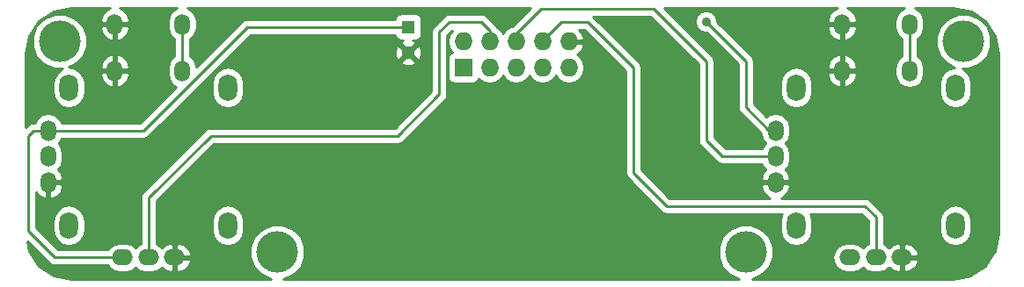
<source format=gtl>
G04 #@! TF.FileFunction,Copper,L1,Top,Signal*
%FSLAX46Y46*%
G04 Gerber Fmt 4.6, Leading zero omitted, Abs format (unit mm)*
G04 Created by KiCad (PCBNEW (2015-01-16 BZR 5376)-product) date 28/04/2015 16:45:27*
%MOMM*%
G01*
G04 APERTURE LIST*
%ADD10C,0.100000*%
%ADD11C,4.000000*%
%ADD12R,1.300000X1.300000*%
%ADD13C,1.300000*%
%ADD14O,1.800000X2.600000*%
%ADD15O,1.524000X2.000000*%
%ADD16O,2.000000X1.540000*%
%ADD17R,1.727200X1.727200*%
%ADD18O,1.727200X1.727200*%
%ADD19C,0.889000*%
%ADD20C,0.254000*%
G04 APERTURE END LIST*
D10*
D11*
X91440000Y-88900000D03*
X157480000Y-109220000D03*
X178435000Y-88900000D03*
X112395000Y-109220000D03*
D12*
X125000000Y-87500000D03*
D13*
X125000000Y-90000000D03*
D14*
X162350000Y-93350000D03*
X177650000Y-93350000D03*
X177650000Y-106650000D03*
X162350000Y-106650000D03*
D15*
X160350000Y-100000000D03*
X160350000Y-97500000D03*
X160350000Y-102500000D03*
D16*
X170000000Y-109750000D03*
X167500000Y-109750000D03*
X172500000Y-109750000D03*
D15*
X166750000Y-91750000D03*
X173250000Y-91750000D03*
X173250000Y-87250000D03*
X166750000Y-87250000D03*
D14*
X92350000Y-93350000D03*
X107650000Y-93350000D03*
X107650000Y-106650000D03*
X92350000Y-106650000D03*
D15*
X90350000Y-100000000D03*
X90350000Y-97500000D03*
X90350000Y-102500000D03*
D16*
X100000000Y-109750000D03*
X97500000Y-109750000D03*
X102500000Y-109750000D03*
D15*
X96750000Y-91750000D03*
X103250000Y-91750000D03*
X103250000Y-87250000D03*
X96750000Y-87250000D03*
D17*
X130302000Y-91440000D03*
D18*
X130302000Y-88900000D03*
X132842000Y-91440000D03*
X132842000Y-88900000D03*
X135382000Y-91440000D03*
X135382000Y-88900000D03*
X137922000Y-91440000D03*
X137922000Y-88900000D03*
X140462000Y-91440000D03*
X140462000Y-88900000D03*
D19*
X153670000Y-86995000D03*
D20*
X90954000Y-109750000D02*
X97500000Y-109750000D01*
X88392000Y-107188000D02*
X90954000Y-109750000D01*
X88392000Y-98044000D02*
X88392000Y-107188000D01*
X88936000Y-97500000D02*
X88392000Y-98044000D01*
X90350000Y-97500000D02*
X88936000Y-97500000D01*
X109500000Y-87500000D02*
X99500000Y-97500000D01*
X99500000Y-97500000D02*
X90350000Y-97500000D01*
X125000000Y-87500000D02*
X109500000Y-87500000D01*
X157480000Y-95250000D02*
X157480000Y-90805000D01*
X157480000Y-90805000D02*
X153670000Y-86995000D01*
X159730000Y-97500000D02*
X157480000Y-95250000D01*
X160350000Y-97500000D02*
X159730000Y-97500000D01*
X155245000Y-100000000D02*
X160350000Y-100000000D01*
X153670000Y-98425000D02*
X155245000Y-100000000D01*
X153670000Y-90805000D02*
X153670000Y-98425000D01*
X148590000Y-85725000D02*
X153670000Y-90805000D01*
X137795000Y-85725000D02*
X148590000Y-85725000D01*
X135382000Y-88138000D02*
X137795000Y-85725000D01*
X135382000Y-88900000D02*
X135382000Y-88138000D01*
X137922000Y-88138000D02*
X137922000Y-88900000D01*
X139700000Y-86995000D02*
X142240000Y-86995000D01*
X142240000Y-86995000D02*
X146685000Y-91440000D01*
X146685000Y-91440000D02*
X146685000Y-101600000D01*
X146685000Y-101600000D02*
X149860000Y-104775000D01*
X149860000Y-104775000D02*
X168910000Y-104775000D01*
X168910000Y-104775000D02*
X170000000Y-105865000D01*
X170000000Y-105865000D02*
X170000000Y-109750000D01*
X137922000Y-88773000D02*
X139700000Y-86995000D01*
X137922000Y-88900000D02*
X137922000Y-88773000D01*
X173250000Y-87250000D02*
X173250000Y-91750000D01*
X132540000Y-91742000D02*
X132842000Y-91440000D01*
X100000000Y-104000000D02*
X106000000Y-98000000D01*
X106000000Y-98000000D02*
X124000000Y-98000000D01*
X124000000Y-98000000D02*
X128000000Y-94000000D01*
X128000000Y-94000000D02*
X128000000Y-88000000D01*
X128000000Y-88000000D02*
X129000000Y-87000000D01*
X129000000Y-87000000D02*
X132000000Y-87000000D01*
X132000000Y-87000000D02*
X132842000Y-87842000D01*
X132842000Y-87842000D02*
X132842000Y-88900000D01*
X100000000Y-109750000D02*
X100000000Y-104000000D01*
X103250000Y-87250000D02*
X103250000Y-91750000D01*
G36*
X102737048Y-85685000D02*
X102715391Y-85689308D01*
X102262172Y-85992140D01*
X101959340Y-86445359D01*
X101853000Y-86979968D01*
X101853000Y-87520032D01*
X101959340Y-88054641D01*
X102262172Y-88507860D01*
X102488000Y-88658753D01*
X102488000Y-90341246D01*
X102262172Y-90492140D01*
X101959340Y-90945359D01*
X101853000Y-91479968D01*
X101853000Y-92020032D01*
X101959340Y-92554641D01*
X102262172Y-93007860D01*
X102653219Y-93269150D01*
X99184369Y-96738000D01*
X98152130Y-96738000D01*
X98152130Y-92097692D01*
X98152130Y-91402308D01*
X98152130Y-87597692D01*
X97993277Y-87377000D01*
X96877000Y-87377000D01*
X96877000Y-88719720D01*
X97093070Y-88842220D01*
X97185230Y-88825377D01*
X97663892Y-88557020D01*
X98003422Y-88125914D01*
X98152130Y-87597692D01*
X98152130Y-91402308D01*
X98003422Y-90874086D01*
X97663892Y-90442980D01*
X97185230Y-90174623D01*
X97093070Y-90157780D01*
X96877000Y-90280280D01*
X96877000Y-91623000D01*
X97993277Y-91623000D01*
X98152130Y-91402308D01*
X98152130Y-92097692D01*
X97993277Y-91877000D01*
X96877000Y-91877000D01*
X96877000Y-93219720D01*
X97093070Y-93342220D01*
X97185230Y-93325377D01*
X97663892Y-93057020D01*
X98003422Y-92625914D01*
X98152130Y-92097692D01*
X98152130Y-96738000D01*
X96623000Y-96738000D01*
X96623000Y-93219720D01*
X96623000Y-91877000D01*
X96623000Y-91623000D01*
X96623000Y-90280280D01*
X96623000Y-88719720D01*
X96623000Y-87377000D01*
X95506723Y-87377000D01*
X95347870Y-87597692D01*
X95496578Y-88125914D01*
X95836108Y-88557020D01*
X96314770Y-88825377D01*
X96406930Y-88842220D01*
X96623000Y-88719720D01*
X96623000Y-90280280D01*
X96406930Y-90157780D01*
X96314770Y-90174623D01*
X95836108Y-90442980D01*
X95496578Y-90874086D01*
X95347870Y-91402308D01*
X95506723Y-91623000D01*
X96623000Y-91623000D01*
X96623000Y-91877000D01*
X95506723Y-91877000D01*
X95347870Y-92097692D01*
X95496578Y-92625914D01*
X95836108Y-93057020D01*
X96314770Y-93325377D01*
X96406930Y-93342220D01*
X96623000Y-93219720D01*
X96623000Y-96738000D01*
X94075457Y-96738000D01*
X94075457Y-88378166D01*
X93675147Y-87409342D01*
X92934557Y-86667458D01*
X91966433Y-86265458D01*
X90918166Y-86264543D01*
X89949342Y-86664853D01*
X89207458Y-87405443D01*
X88805458Y-88373567D01*
X88804543Y-89421834D01*
X89204853Y-90390658D01*
X89945443Y-91132542D01*
X90913567Y-91534542D01*
X91700781Y-91535229D01*
X91264591Y-91826682D01*
X90931845Y-92324672D01*
X90815000Y-92912091D01*
X90815000Y-93787909D01*
X90931845Y-94375328D01*
X91264591Y-94873318D01*
X91762581Y-95206064D01*
X92350000Y-95322909D01*
X92937419Y-95206064D01*
X93435409Y-94873318D01*
X93768155Y-94375328D01*
X93885000Y-93787909D01*
X93885000Y-92912091D01*
X93768155Y-92324672D01*
X93435409Y-91826682D01*
X92937419Y-91493936D01*
X92350000Y-91377091D01*
X92340568Y-91378967D01*
X92930658Y-91135147D01*
X93672542Y-90394557D01*
X94074542Y-89426433D01*
X94075457Y-88378166D01*
X94075457Y-96738000D01*
X91649141Y-96738000D01*
X91640660Y-96695359D01*
X91337828Y-96242140D01*
X90884609Y-95939308D01*
X90350000Y-95832968D01*
X89815391Y-95939308D01*
X89362172Y-96242140D01*
X89059340Y-96695359D01*
X89050858Y-96738000D01*
X88936000Y-96738000D01*
X88644395Y-96796004D01*
X88397185Y-96961185D01*
X88185000Y-97173370D01*
X88185000Y-90067467D01*
X88525857Y-88353857D01*
X89458322Y-86958324D01*
X90853855Y-86025858D01*
X92567467Y-85685000D01*
X96296260Y-85685000D01*
X95836108Y-85942980D01*
X95496578Y-86374086D01*
X95347870Y-86902308D01*
X95506723Y-87123000D01*
X96623000Y-87123000D01*
X96623000Y-87103000D01*
X96877000Y-87103000D01*
X96877000Y-87123000D01*
X97993277Y-87123000D01*
X98152130Y-86902308D01*
X98003422Y-86374086D01*
X97663892Y-85942980D01*
X97203739Y-85685000D01*
X102737048Y-85685000D01*
X102737048Y-85685000D01*
G37*
X102737048Y-85685000D02*
X102715391Y-85689308D01*
X102262172Y-85992140D01*
X101959340Y-86445359D01*
X101853000Y-86979968D01*
X101853000Y-87520032D01*
X101959340Y-88054641D01*
X102262172Y-88507860D01*
X102488000Y-88658753D01*
X102488000Y-90341246D01*
X102262172Y-90492140D01*
X101959340Y-90945359D01*
X101853000Y-91479968D01*
X101853000Y-92020032D01*
X101959340Y-92554641D01*
X102262172Y-93007860D01*
X102653219Y-93269150D01*
X99184369Y-96738000D01*
X98152130Y-96738000D01*
X98152130Y-92097692D01*
X98152130Y-91402308D01*
X98152130Y-87597692D01*
X97993277Y-87377000D01*
X96877000Y-87377000D01*
X96877000Y-88719720D01*
X97093070Y-88842220D01*
X97185230Y-88825377D01*
X97663892Y-88557020D01*
X98003422Y-88125914D01*
X98152130Y-87597692D01*
X98152130Y-91402308D01*
X98003422Y-90874086D01*
X97663892Y-90442980D01*
X97185230Y-90174623D01*
X97093070Y-90157780D01*
X96877000Y-90280280D01*
X96877000Y-91623000D01*
X97993277Y-91623000D01*
X98152130Y-91402308D01*
X98152130Y-92097692D01*
X97993277Y-91877000D01*
X96877000Y-91877000D01*
X96877000Y-93219720D01*
X97093070Y-93342220D01*
X97185230Y-93325377D01*
X97663892Y-93057020D01*
X98003422Y-92625914D01*
X98152130Y-92097692D01*
X98152130Y-96738000D01*
X96623000Y-96738000D01*
X96623000Y-93219720D01*
X96623000Y-91877000D01*
X96623000Y-91623000D01*
X96623000Y-90280280D01*
X96623000Y-88719720D01*
X96623000Y-87377000D01*
X95506723Y-87377000D01*
X95347870Y-87597692D01*
X95496578Y-88125914D01*
X95836108Y-88557020D01*
X96314770Y-88825377D01*
X96406930Y-88842220D01*
X96623000Y-88719720D01*
X96623000Y-90280280D01*
X96406930Y-90157780D01*
X96314770Y-90174623D01*
X95836108Y-90442980D01*
X95496578Y-90874086D01*
X95347870Y-91402308D01*
X95506723Y-91623000D01*
X96623000Y-91623000D01*
X96623000Y-91877000D01*
X95506723Y-91877000D01*
X95347870Y-92097692D01*
X95496578Y-92625914D01*
X95836108Y-93057020D01*
X96314770Y-93325377D01*
X96406930Y-93342220D01*
X96623000Y-93219720D01*
X96623000Y-96738000D01*
X94075457Y-96738000D01*
X94075457Y-88378166D01*
X93675147Y-87409342D01*
X92934557Y-86667458D01*
X91966433Y-86265458D01*
X90918166Y-86264543D01*
X89949342Y-86664853D01*
X89207458Y-87405443D01*
X88805458Y-88373567D01*
X88804543Y-89421834D01*
X89204853Y-90390658D01*
X89945443Y-91132542D01*
X90913567Y-91534542D01*
X91700781Y-91535229D01*
X91264591Y-91826682D01*
X90931845Y-92324672D01*
X90815000Y-92912091D01*
X90815000Y-93787909D01*
X90931845Y-94375328D01*
X91264591Y-94873318D01*
X91762581Y-95206064D01*
X92350000Y-95322909D01*
X92937419Y-95206064D01*
X93435409Y-94873318D01*
X93768155Y-94375328D01*
X93885000Y-93787909D01*
X93885000Y-92912091D01*
X93768155Y-92324672D01*
X93435409Y-91826682D01*
X92937419Y-91493936D01*
X92350000Y-91377091D01*
X92340568Y-91378967D01*
X92930658Y-91135147D01*
X93672542Y-90394557D01*
X94074542Y-89426433D01*
X94075457Y-88378166D01*
X94075457Y-96738000D01*
X91649141Y-96738000D01*
X91640660Y-96695359D01*
X91337828Y-96242140D01*
X90884609Y-95939308D01*
X90350000Y-95832968D01*
X89815391Y-95939308D01*
X89362172Y-96242140D01*
X89059340Y-96695359D01*
X89050858Y-96738000D01*
X88936000Y-96738000D01*
X88644395Y-96796004D01*
X88397185Y-96961185D01*
X88185000Y-97173370D01*
X88185000Y-90067467D01*
X88525857Y-88353857D01*
X89458322Y-86958324D01*
X90853855Y-86025858D01*
X92567467Y-85685000D01*
X96296260Y-85685000D01*
X95836108Y-85942980D01*
X95496578Y-86374086D01*
X95347870Y-86902308D01*
X95506723Y-87123000D01*
X96623000Y-87123000D01*
X96623000Y-87103000D01*
X96877000Y-87103000D01*
X96877000Y-87123000D01*
X97993277Y-87123000D01*
X98152130Y-86902308D01*
X98003422Y-86374086D01*
X97663892Y-85942980D01*
X97203739Y-85685000D01*
X102737048Y-85685000D01*
G36*
X136757369Y-85685000D02*
X134992940Y-87449429D01*
X134808511Y-87486115D01*
X134322330Y-87810971D01*
X134112000Y-88125751D01*
X133901670Y-87810971D01*
X133551254Y-87576830D01*
X133545996Y-87550396D01*
X133545996Y-87550395D01*
X133380815Y-87303185D01*
X132538815Y-86461185D01*
X132291605Y-86296004D01*
X132000000Y-86238000D01*
X129000000Y-86238000D01*
X128708396Y-86296003D01*
X128461185Y-86461184D01*
X127461185Y-87461185D01*
X127296004Y-87708395D01*
X127238000Y-88000000D01*
X127238000Y-93684369D01*
X126297622Y-94624747D01*
X126297622Y-90180922D01*
X126268083Y-89670572D01*
X126129611Y-89336271D01*
X125899016Y-89280590D01*
X125179605Y-90000000D01*
X125899016Y-90719410D01*
X126129611Y-90663729D01*
X126297622Y-90180922D01*
X126297622Y-94624747D01*
X125719410Y-95202959D01*
X125719410Y-90899016D01*
X125000000Y-90179605D01*
X124820395Y-90359210D01*
X124820395Y-90000000D01*
X124100984Y-89280590D01*
X123870389Y-89336271D01*
X123702378Y-89819078D01*
X123731917Y-90329428D01*
X123870389Y-90663729D01*
X124100984Y-90719410D01*
X124820395Y-90000000D01*
X124820395Y-90359210D01*
X124280590Y-90899016D01*
X124336271Y-91129611D01*
X124819078Y-91297622D01*
X125329428Y-91268083D01*
X125663729Y-91129611D01*
X125719410Y-90899016D01*
X125719410Y-95202959D01*
X123684369Y-97238000D01*
X109185000Y-97238000D01*
X109185000Y-93787909D01*
X109185000Y-92912091D01*
X109068155Y-92324672D01*
X108735409Y-91826682D01*
X108237419Y-91493936D01*
X107650000Y-91377091D01*
X107062581Y-91493936D01*
X106564591Y-91826682D01*
X106231845Y-92324672D01*
X106115000Y-92912091D01*
X106115000Y-93787909D01*
X106231845Y-94375328D01*
X106564591Y-94873318D01*
X107062581Y-95206064D01*
X107650000Y-95322909D01*
X108237419Y-95206064D01*
X108735409Y-94873318D01*
X109068155Y-94375328D01*
X109185000Y-93787909D01*
X109185000Y-97238000D01*
X106000000Y-97238000D01*
X105708395Y-97296004D01*
X105461184Y-97461185D01*
X99461185Y-103461185D01*
X99296004Y-103708395D01*
X99238000Y-104000000D01*
X99238000Y-108444449D01*
X99200298Y-108451949D01*
X98750000Y-108752828D01*
X98299702Y-108451949D01*
X97762032Y-108345000D01*
X97237968Y-108345000D01*
X96700298Y-108451949D01*
X96244483Y-108756515D01*
X96089809Y-108988000D01*
X93885000Y-108988000D01*
X93885000Y-107087909D01*
X93885000Y-106212091D01*
X93768155Y-105624672D01*
X93435409Y-105126682D01*
X92937419Y-104793936D01*
X92350000Y-104677091D01*
X91762581Y-104793936D01*
X91752130Y-104800919D01*
X91752130Y-102847692D01*
X91593277Y-102627000D01*
X90477000Y-102627000D01*
X90477000Y-103969720D01*
X90693070Y-104092220D01*
X90785230Y-104075377D01*
X91263892Y-103807020D01*
X91603422Y-103375914D01*
X91752130Y-102847692D01*
X91752130Y-104800919D01*
X91264591Y-105126682D01*
X90931845Y-105624672D01*
X90815000Y-106212091D01*
X90815000Y-107087909D01*
X90931845Y-107675328D01*
X91264591Y-108173318D01*
X91762581Y-108506064D01*
X92350000Y-108622909D01*
X92937419Y-108506064D01*
X93435409Y-108173318D01*
X93768155Y-107675328D01*
X93885000Y-107087909D01*
X93885000Y-108988000D01*
X91269630Y-108988000D01*
X89154000Y-106872370D01*
X89154000Y-103448823D01*
X89436108Y-103807020D01*
X89914770Y-104075377D01*
X90006930Y-104092220D01*
X90223000Y-103969720D01*
X90223000Y-102627000D01*
X90203000Y-102627000D01*
X90203000Y-102373000D01*
X90223000Y-102373000D01*
X90223000Y-102353000D01*
X90477000Y-102353000D01*
X90477000Y-102373000D01*
X91593277Y-102373000D01*
X91752130Y-102152308D01*
X91603422Y-101624086D01*
X91322864Y-101267858D01*
X91337828Y-101257860D01*
X91640660Y-100804641D01*
X91747000Y-100270032D01*
X91747000Y-99729968D01*
X91640660Y-99195359D01*
X91343079Y-98750000D01*
X91640660Y-98304641D01*
X91649141Y-98262000D01*
X99500000Y-98262000D01*
X99500000Y-98261999D01*
X99791604Y-98203996D01*
X99791605Y-98203996D01*
X100038815Y-98038815D01*
X109815630Y-88262000D01*
X123724290Y-88262000D01*
X123749537Y-88392123D01*
X123889327Y-88604927D01*
X124100360Y-88747377D01*
X124350000Y-88797440D01*
X124512385Y-88797440D01*
X124336271Y-88870389D01*
X124280590Y-89100984D01*
X125000000Y-89820395D01*
X125719410Y-89100984D01*
X125663729Y-88870389D01*
X125454098Y-88797440D01*
X125650000Y-88797440D01*
X125892123Y-88750463D01*
X126104927Y-88610673D01*
X126247377Y-88399640D01*
X126297440Y-88150000D01*
X126297440Y-86850000D01*
X126250463Y-86607877D01*
X126110673Y-86395073D01*
X125899640Y-86252623D01*
X125650000Y-86202560D01*
X124350000Y-86202560D01*
X124107877Y-86249537D01*
X123895073Y-86389327D01*
X123752623Y-86600360D01*
X123725020Y-86738000D01*
X109500000Y-86738000D01*
X109208395Y-86796004D01*
X109109376Y-86862165D01*
X108961185Y-86961184D01*
X104613055Y-91309314D01*
X104540660Y-90945359D01*
X104237828Y-90492140D01*
X104012000Y-90341246D01*
X104012000Y-88658753D01*
X104237828Y-88507860D01*
X104540660Y-88054641D01*
X104647000Y-87520032D01*
X104647000Y-86979968D01*
X104540660Y-86445359D01*
X104237828Y-85992140D01*
X103784609Y-85689308D01*
X103762951Y-85685000D01*
X136757369Y-85685000D01*
X136757369Y-85685000D01*
G37*
X136757369Y-85685000D02*
X134992940Y-87449429D01*
X134808511Y-87486115D01*
X134322330Y-87810971D01*
X134112000Y-88125751D01*
X133901670Y-87810971D01*
X133551254Y-87576830D01*
X133545996Y-87550396D01*
X133545996Y-87550395D01*
X133380815Y-87303185D01*
X132538815Y-86461185D01*
X132291605Y-86296004D01*
X132000000Y-86238000D01*
X129000000Y-86238000D01*
X128708396Y-86296003D01*
X128461185Y-86461184D01*
X127461185Y-87461185D01*
X127296004Y-87708395D01*
X127238000Y-88000000D01*
X127238000Y-93684369D01*
X126297622Y-94624747D01*
X126297622Y-90180922D01*
X126268083Y-89670572D01*
X126129611Y-89336271D01*
X125899016Y-89280590D01*
X125179605Y-90000000D01*
X125899016Y-90719410D01*
X126129611Y-90663729D01*
X126297622Y-90180922D01*
X126297622Y-94624747D01*
X125719410Y-95202959D01*
X125719410Y-90899016D01*
X125000000Y-90179605D01*
X124820395Y-90359210D01*
X124820395Y-90000000D01*
X124100984Y-89280590D01*
X123870389Y-89336271D01*
X123702378Y-89819078D01*
X123731917Y-90329428D01*
X123870389Y-90663729D01*
X124100984Y-90719410D01*
X124820395Y-90000000D01*
X124820395Y-90359210D01*
X124280590Y-90899016D01*
X124336271Y-91129611D01*
X124819078Y-91297622D01*
X125329428Y-91268083D01*
X125663729Y-91129611D01*
X125719410Y-90899016D01*
X125719410Y-95202959D01*
X123684369Y-97238000D01*
X109185000Y-97238000D01*
X109185000Y-93787909D01*
X109185000Y-92912091D01*
X109068155Y-92324672D01*
X108735409Y-91826682D01*
X108237419Y-91493936D01*
X107650000Y-91377091D01*
X107062581Y-91493936D01*
X106564591Y-91826682D01*
X106231845Y-92324672D01*
X106115000Y-92912091D01*
X106115000Y-93787909D01*
X106231845Y-94375328D01*
X106564591Y-94873318D01*
X107062581Y-95206064D01*
X107650000Y-95322909D01*
X108237419Y-95206064D01*
X108735409Y-94873318D01*
X109068155Y-94375328D01*
X109185000Y-93787909D01*
X109185000Y-97238000D01*
X106000000Y-97238000D01*
X105708395Y-97296004D01*
X105461184Y-97461185D01*
X99461185Y-103461185D01*
X99296004Y-103708395D01*
X99238000Y-104000000D01*
X99238000Y-108444449D01*
X99200298Y-108451949D01*
X98750000Y-108752828D01*
X98299702Y-108451949D01*
X97762032Y-108345000D01*
X97237968Y-108345000D01*
X96700298Y-108451949D01*
X96244483Y-108756515D01*
X96089809Y-108988000D01*
X93885000Y-108988000D01*
X93885000Y-107087909D01*
X93885000Y-106212091D01*
X93768155Y-105624672D01*
X93435409Y-105126682D01*
X92937419Y-104793936D01*
X92350000Y-104677091D01*
X91762581Y-104793936D01*
X91752130Y-104800919D01*
X91752130Y-102847692D01*
X91593277Y-102627000D01*
X90477000Y-102627000D01*
X90477000Y-103969720D01*
X90693070Y-104092220D01*
X90785230Y-104075377D01*
X91263892Y-103807020D01*
X91603422Y-103375914D01*
X91752130Y-102847692D01*
X91752130Y-104800919D01*
X91264591Y-105126682D01*
X90931845Y-105624672D01*
X90815000Y-106212091D01*
X90815000Y-107087909D01*
X90931845Y-107675328D01*
X91264591Y-108173318D01*
X91762581Y-108506064D01*
X92350000Y-108622909D01*
X92937419Y-108506064D01*
X93435409Y-108173318D01*
X93768155Y-107675328D01*
X93885000Y-107087909D01*
X93885000Y-108988000D01*
X91269630Y-108988000D01*
X89154000Y-106872370D01*
X89154000Y-103448823D01*
X89436108Y-103807020D01*
X89914770Y-104075377D01*
X90006930Y-104092220D01*
X90223000Y-103969720D01*
X90223000Y-102627000D01*
X90203000Y-102627000D01*
X90203000Y-102373000D01*
X90223000Y-102373000D01*
X90223000Y-102353000D01*
X90477000Y-102353000D01*
X90477000Y-102373000D01*
X91593277Y-102373000D01*
X91752130Y-102152308D01*
X91603422Y-101624086D01*
X91322864Y-101267858D01*
X91337828Y-101257860D01*
X91640660Y-100804641D01*
X91747000Y-100270032D01*
X91747000Y-99729968D01*
X91640660Y-99195359D01*
X91343079Y-98750000D01*
X91640660Y-98304641D01*
X91649141Y-98262000D01*
X99500000Y-98262000D01*
X99500000Y-98261999D01*
X99791604Y-98203996D01*
X99791605Y-98203996D01*
X100038815Y-98038815D01*
X109815630Y-88262000D01*
X123724290Y-88262000D01*
X123749537Y-88392123D01*
X123889327Y-88604927D01*
X124100360Y-88747377D01*
X124350000Y-88797440D01*
X124512385Y-88797440D01*
X124336271Y-88870389D01*
X124280590Y-89100984D01*
X125000000Y-89820395D01*
X125719410Y-89100984D01*
X125663729Y-88870389D01*
X125454098Y-88797440D01*
X125650000Y-88797440D01*
X125892123Y-88750463D01*
X126104927Y-88610673D01*
X126247377Y-88399640D01*
X126297440Y-88150000D01*
X126297440Y-86850000D01*
X126250463Y-86607877D01*
X126110673Y-86395073D01*
X125899640Y-86252623D01*
X125650000Y-86202560D01*
X124350000Y-86202560D01*
X124107877Y-86249537D01*
X123895073Y-86389327D01*
X123752623Y-86600360D01*
X123725020Y-86738000D01*
X109500000Y-86738000D01*
X109208395Y-86796004D01*
X109109376Y-86862165D01*
X108961185Y-86961184D01*
X104613055Y-91309314D01*
X104540660Y-90945359D01*
X104237828Y-90492140D01*
X104012000Y-90341246D01*
X104012000Y-88658753D01*
X104237828Y-88507860D01*
X104540660Y-88054641D01*
X104647000Y-87520032D01*
X104647000Y-86979968D01*
X104540660Y-86445359D01*
X104237828Y-85992140D01*
X103784609Y-85689308D01*
X103762951Y-85685000D01*
X136757369Y-85685000D01*
G36*
X181815000Y-107432532D02*
X181474141Y-109146144D01*
X181070457Y-109750299D01*
X181070457Y-88378166D01*
X180670147Y-87409342D01*
X179929557Y-86667458D01*
X178961433Y-86265458D01*
X177913166Y-86264543D01*
X176944342Y-86664853D01*
X176202458Y-87405443D01*
X175800458Y-88373567D01*
X175799543Y-89421834D01*
X176199853Y-90390658D01*
X176940443Y-91132542D01*
X177568448Y-91393312D01*
X177062581Y-91493936D01*
X176564591Y-91826682D01*
X176231845Y-92324672D01*
X176115000Y-92912091D01*
X176115000Y-93787909D01*
X176231845Y-94375328D01*
X176564591Y-94873318D01*
X177062581Y-95206064D01*
X177650000Y-95322909D01*
X178237419Y-95206064D01*
X178735409Y-94873318D01*
X179068155Y-94375328D01*
X179185000Y-93787909D01*
X179185000Y-92912091D01*
X179068155Y-92324672D01*
X178735409Y-91826682D01*
X178298699Y-91534882D01*
X178956834Y-91535457D01*
X179925658Y-91135147D01*
X180667542Y-90394557D01*
X181069542Y-89426433D01*
X181070457Y-88378166D01*
X181070457Y-109750299D01*
X180541675Y-110541677D01*
X179185000Y-111448177D01*
X179185000Y-107087909D01*
X179185000Y-106212091D01*
X179068155Y-105624672D01*
X178735409Y-105126682D01*
X178237419Y-104793936D01*
X177650000Y-104677091D01*
X177062581Y-104793936D01*
X176564591Y-105126682D01*
X176231845Y-105624672D01*
X176115000Y-106212091D01*
X176115000Y-107087909D01*
X176231845Y-107675328D01*
X176564591Y-108173318D01*
X177062581Y-108506064D01*
X177650000Y-108622909D01*
X178237419Y-108506064D01*
X178735409Y-108173318D01*
X179068155Y-107675328D01*
X179185000Y-107087909D01*
X179185000Y-111448177D01*
X179146142Y-111474142D01*
X177432532Y-111815000D01*
X174092154Y-111815000D01*
X174092154Y-110094327D01*
X174092154Y-109405673D01*
X174076646Y-109320772D01*
X173809880Y-108838106D01*
X173378712Y-108494268D01*
X172848784Y-108341603D01*
X172627000Y-108499111D01*
X172627000Y-109623000D01*
X173969762Y-109623000D01*
X174092154Y-109405673D01*
X174092154Y-110094327D01*
X173969762Y-109877000D01*
X172627000Y-109877000D01*
X172627000Y-111000889D01*
X172848784Y-111158397D01*
X173378712Y-111005732D01*
X173809880Y-110661894D01*
X174076646Y-110179228D01*
X174092154Y-110094327D01*
X174092154Y-111815000D01*
X158099747Y-111815000D01*
X158970658Y-111455147D01*
X159712542Y-110714557D01*
X160114542Y-109746433D01*
X160115457Y-108698166D01*
X159715147Y-107729342D01*
X158974557Y-106987458D01*
X158006433Y-106585458D01*
X156958166Y-106584543D01*
X155989342Y-106984853D01*
X155247458Y-107725443D01*
X154845458Y-108693567D01*
X154844543Y-109741834D01*
X155244853Y-110710658D01*
X155985443Y-111452542D01*
X156858339Y-111815000D01*
X113014747Y-111815000D01*
X113885658Y-111455147D01*
X114627542Y-110714557D01*
X115029542Y-109746433D01*
X115030457Y-108698166D01*
X114630147Y-107729342D01*
X113889557Y-106987458D01*
X112921433Y-106585458D01*
X111873166Y-106584543D01*
X110904342Y-106984853D01*
X110162458Y-107725443D01*
X109760458Y-108693567D01*
X109759543Y-109741834D01*
X110159853Y-110710658D01*
X110900443Y-111452542D01*
X111773339Y-111815000D01*
X109185000Y-111815000D01*
X109185000Y-107087909D01*
X109185000Y-106212091D01*
X109068155Y-105624672D01*
X108735409Y-105126682D01*
X108237419Y-104793936D01*
X107650000Y-104677091D01*
X107062581Y-104793936D01*
X106564591Y-105126682D01*
X106231845Y-105624672D01*
X106115000Y-106212091D01*
X106115000Y-107087909D01*
X106231845Y-107675328D01*
X106564591Y-108173318D01*
X107062581Y-108506064D01*
X107650000Y-108622909D01*
X108237419Y-108506064D01*
X108735409Y-108173318D01*
X109068155Y-107675328D01*
X109185000Y-107087909D01*
X109185000Y-111815000D01*
X104092154Y-111815000D01*
X104092154Y-110094327D01*
X104092154Y-109405673D01*
X104076646Y-109320772D01*
X103809880Y-108838106D01*
X103378712Y-108494268D01*
X102848784Y-108341603D01*
X102627000Y-108499111D01*
X102627000Y-109623000D01*
X103969762Y-109623000D01*
X104092154Y-109405673D01*
X104092154Y-110094327D01*
X103969762Y-109877000D01*
X102627000Y-109877000D01*
X102627000Y-111000889D01*
X102848784Y-111158397D01*
X103378712Y-111005732D01*
X103809880Y-110661894D01*
X104076646Y-110179228D01*
X104092154Y-110094327D01*
X104092154Y-111815000D01*
X92567467Y-111815000D01*
X90853855Y-111474141D01*
X89458322Y-110541675D01*
X88525857Y-109146142D01*
X88340461Y-108214091D01*
X90415185Y-110288815D01*
X90662395Y-110453996D01*
X90954000Y-110512000D01*
X96089809Y-110512000D01*
X96244483Y-110743485D01*
X96700298Y-111048051D01*
X97237968Y-111155000D01*
X97762032Y-111155000D01*
X98299702Y-111048051D01*
X98750000Y-110747171D01*
X99200298Y-111048051D01*
X99737968Y-111155000D01*
X100262032Y-111155000D01*
X100799702Y-111048051D01*
X101255517Y-110743485D01*
X101268349Y-110724279D01*
X101621288Y-111005732D01*
X102151216Y-111158397D01*
X102373000Y-111000889D01*
X102373000Y-109877000D01*
X102353000Y-109877000D01*
X102353000Y-109623000D01*
X102373000Y-109623000D01*
X102373000Y-108499111D01*
X102151216Y-108341603D01*
X101621288Y-108494268D01*
X101268349Y-108775720D01*
X101255517Y-108756515D01*
X100799702Y-108451949D01*
X100762000Y-108444449D01*
X100762000Y-104315630D01*
X106315630Y-98762000D01*
X124000000Y-98762000D01*
X124000000Y-98761999D01*
X124291604Y-98703996D01*
X124291605Y-98703996D01*
X124538815Y-98538815D01*
X128538815Y-94538816D01*
X128538815Y-94538815D01*
X128703996Y-94291605D01*
X128761999Y-94000000D01*
X128762000Y-94000000D01*
X128762000Y-88315630D01*
X129193338Y-87884292D01*
X128917474Y-88297152D01*
X128803400Y-88870641D01*
X128803400Y-88929359D01*
X128917474Y-89502848D01*
X129229300Y-89969529D01*
X129196277Y-89975937D01*
X128983473Y-90115727D01*
X128841023Y-90326760D01*
X128790960Y-90576400D01*
X128790960Y-92303600D01*
X128837937Y-92545723D01*
X128977727Y-92758527D01*
X129188760Y-92900977D01*
X129438400Y-92951040D01*
X131165600Y-92951040D01*
X131407723Y-92904063D01*
X131620527Y-92764273D01*
X131762977Y-92553240D01*
X131771179Y-92512340D01*
X131782330Y-92529029D01*
X132268511Y-92853885D01*
X132842000Y-92967959D01*
X133415489Y-92853885D01*
X133901670Y-92529029D01*
X134112000Y-92214248D01*
X134322330Y-92529029D01*
X134808511Y-92853885D01*
X135382000Y-92967959D01*
X135955489Y-92853885D01*
X136441670Y-92529029D01*
X136652000Y-92214248D01*
X136862330Y-92529029D01*
X137348511Y-92853885D01*
X137922000Y-92967959D01*
X138495489Y-92853885D01*
X138981670Y-92529029D01*
X139192000Y-92214248D01*
X139402330Y-92529029D01*
X139888511Y-92853885D01*
X140462000Y-92967959D01*
X141035489Y-92853885D01*
X141521670Y-92529029D01*
X141846526Y-92042848D01*
X141960600Y-91469359D01*
X141960600Y-91410641D01*
X141846526Y-90837152D01*
X141521670Y-90350971D01*
X141250839Y-90170007D01*
X141668821Y-89788490D01*
X141916968Y-89259027D01*
X141796469Y-89027000D01*
X140589000Y-89027000D01*
X140589000Y-89047000D01*
X140335000Y-89047000D01*
X140335000Y-89027000D01*
X140315000Y-89027000D01*
X140315000Y-88773000D01*
X140335000Y-88773000D01*
X140335000Y-88753000D01*
X140589000Y-88753000D01*
X140589000Y-88773000D01*
X141796469Y-88773000D01*
X141916968Y-88540973D01*
X141668821Y-88011510D01*
X141389985Y-87757000D01*
X141924369Y-87757000D01*
X145923000Y-91755630D01*
X145923000Y-101600000D01*
X145981004Y-101891605D01*
X146146185Y-102138815D01*
X149321185Y-105313815D01*
X149568395Y-105478996D01*
X149860000Y-105537000D01*
X160990425Y-105537000D01*
X160931845Y-105624672D01*
X160815000Y-106212091D01*
X160815000Y-107087909D01*
X160931845Y-107675328D01*
X161264591Y-108173318D01*
X161762581Y-108506064D01*
X162350000Y-108622909D01*
X162937419Y-108506064D01*
X163435409Y-108173318D01*
X163768155Y-107675328D01*
X163885000Y-107087909D01*
X163885000Y-106212091D01*
X163768155Y-105624672D01*
X163709574Y-105537000D01*
X168594369Y-105537000D01*
X169238000Y-106180630D01*
X169238000Y-108444449D01*
X169200298Y-108451949D01*
X168750000Y-108752828D01*
X168299702Y-108451949D01*
X167762032Y-108345000D01*
X167237968Y-108345000D01*
X166700298Y-108451949D01*
X166244483Y-108756515D01*
X165939917Y-109212330D01*
X165832968Y-109750000D01*
X165939917Y-110287670D01*
X166244483Y-110743485D01*
X166700298Y-111048051D01*
X167237968Y-111155000D01*
X167762032Y-111155000D01*
X168299702Y-111048051D01*
X168750000Y-110747171D01*
X169200298Y-111048051D01*
X169737968Y-111155000D01*
X170262032Y-111155000D01*
X170799702Y-111048051D01*
X171255517Y-110743485D01*
X171268349Y-110724279D01*
X171621288Y-111005732D01*
X172151216Y-111158397D01*
X172373000Y-111000889D01*
X172373000Y-109877000D01*
X172353000Y-109877000D01*
X172353000Y-109623000D01*
X172373000Y-109623000D01*
X172373000Y-108499111D01*
X172151216Y-108341603D01*
X171621288Y-108494268D01*
X171268349Y-108775720D01*
X171255517Y-108756515D01*
X170799702Y-108451949D01*
X170762000Y-108444449D01*
X170762000Y-105865000D01*
X170703996Y-105573396D01*
X170703996Y-105573395D01*
X170637834Y-105474376D01*
X170538816Y-105326185D01*
X169448815Y-104236185D01*
X169201605Y-104071004D01*
X168910000Y-104013000D01*
X168152130Y-104013000D01*
X168152130Y-92097692D01*
X168152130Y-91402308D01*
X168152130Y-87597692D01*
X167993277Y-87377000D01*
X166877000Y-87377000D01*
X166877000Y-88719720D01*
X167093070Y-88842220D01*
X167185230Y-88825377D01*
X167663892Y-88557020D01*
X168003422Y-88125914D01*
X168152130Y-87597692D01*
X168152130Y-91402308D01*
X168003422Y-90874086D01*
X167663892Y-90442980D01*
X167185230Y-90174623D01*
X167093070Y-90157780D01*
X166877000Y-90280280D01*
X166877000Y-91623000D01*
X167993277Y-91623000D01*
X168152130Y-91402308D01*
X168152130Y-92097692D01*
X167993277Y-91877000D01*
X166877000Y-91877000D01*
X166877000Y-93219720D01*
X167093070Y-93342220D01*
X167185230Y-93325377D01*
X167663892Y-93057020D01*
X168003422Y-92625914D01*
X168152130Y-92097692D01*
X168152130Y-104013000D01*
X166623000Y-104013000D01*
X166623000Y-93219720D01*
X166623000Y-91877000D01*
X166623000Y-91623000D01*
X166623000Y-90280280D01*
X166623000Y-88719720D01*
X166623000Y-87377000D01*
X165506723Y-87377000D01*
X165347870Y-87597692D01*
X165496578Y-88125914D01*
X165836108Y-88557020D01*
X166314770Y-88825377D01*
X166406930Y-88842220D01*
X166623000Y-88719720D01*
X166623000Y-90280280D01*
X166406930Y-90157780D01*
X166314770Y-90174623D01*
X165836108Y-90442980D01*
X165496578Y-90874086D01*
X165347870Y-91402308D01*
X165506723Y-91623000D01*
X166623000Y-91623000D01*
X166623000Y-91877000D01*
X165506723Y-91877000D01*
X165347870Y-92097692D01*
X165496578Y-92625914D01*
X165836108Y-93057020D01*
X166314770Y-93325377D01*
X166406930Y-93342220D01*
X166623000Y-93219720D01*
X166623000Y-104013000D01*
X163885000Y-104013000D01*
X163885000Y-93787909D01*
X163885000Y-92912091D01*
X163768155Y-92324672D01*
X163435409Y-91826682D01*
X162937419Y-91493936D01*
X162350000Y-91377091D01*
X161762581Y-91493936D01*
X161264591Y-91826682D01*
X160931845Y-92324672D01*
X160815000Y-92912091D01*
X160815000Y-93787909D01*
X160931845Y-94375328D01*
X161264591Y-94873318D01*
X161762581Y-95206064D01*
X162350000Y-95322909D01*
X162937419Y-95206064D01*
X163435409Y-94873318D01*
X163768155Y-94375328D01*
X163885000Y-93787909D01*
X163885000Y-104013000D01*
X160896490Y-104013000D01*
X161263892Y-103807020D01*
X161603422Y-103375914D01*
X161752130Y-102847692D01*
X161593277Y-102627000D01*
X160477000Y-102627000D01*
X160477000Y-102647000D01*
X160223000Y-102647000D01*
X160223000Y-102627000D01*
X159106723Y-102627000D01*
X158947870Y-102847692D01*
X159096578Y-103375914D01*
X159436108Y-103807020D01*
X159803509Y-104013000D01*
X150175629Y-104013000D01*
X147447000Y-101284370D01*
X147447000Y-91440000D01*
X147388996Y-91148395D01*
X147223815Y-90901185D01*
X147223815Y-90901184D01*
X142809630Y-86487000D01*
X148274370Y-86487000D01*
X152908000Y-91120630D01*
X152908000Y-98425000D01*
X152966004Y-98716605D01*
X153131185Y-98963815D01*
X154706184Y-100538815D01*
X154706185Y-100538815D01*
X154953395Y-100703996D01*
X155245000Y-100762000D01*
X159050858Y-100762000D01*
X159059340Y-100804641D01*
X159362172Y-101257860D01*
X159377135Y-101267858D01*
X159096578Y-101624086D01*
X158947870Y-102152308D01*
X159106723Y-102373000D01*
X160223000Y-102373000D01*
X160223000Y-102353000D01*
X160477000Y-102353000D01*
X160477000Y-102373000D01*
X161593277Y-102373000D01*
X161752130Y-102152308D01*
X161603422Y-101624086D01*
X161322864Y-101267858D01*
X161337828Y-101257860D01*
X161640660Y-100804641D01*
X161747000Y-100270032D01*
X161747000Y-99729968D01*
X161640660Y-99195359D01*
X161343079Y-98750000D01*
X161640660Y-98304641D01*
X161747000Y-97770032D01*
X161747000Y-97229968D01*
X161640660Y-96695359D01*
X161337828Y-96242140D01*
X160884609Y-95939308D01*
X160350000Y-95832968D01*
X159815391Y-95939308D01*
X159474629Y-96166998D01*
X158242000Y-94934369D01*
X158242000Y-90805000D01*
X158183996Y-90513396D01*
X158183996Y-90513395D01*
X158117834Y-90414376D01*
X158018816Y-90266185D01*
X154749499Y-86996869D01*
X154749687Y-86781216D01*
X154585689Y-86384311D01*
X154282286Y-86080378D01*
X153885668Y-85915687D01*
X153456216Y-85915313D01*
X153059311Y-86079311D01*
X152755378Y-86382714D01*
X152590687Y-86779332D01*
X152590313Y-87208784D01*
X152754311Y-87605689D01*
X153057714Y-87909622D01*
X153454332Y-88074313D01*
X153671872Y-88074502D01*
X156718000Y-91120630D01*
X156718000Y-95250000D01*
X156776004Y-95541605D01*
X156941185Y-95788815D01*
X158960597Y-97808228D01*
X159059340Y-98304641D01*
X159356920Y-98750000D01*
X159059340Y-99195359D01*
X159050858Y-99238000D01*
X155560630Y-99238000D01*
X154432000Y-98109369D01*
X154432000Y-90805000D01*
X154373996Y-90513396D01*
X154373996Y-90513395D01*
X154208815Y-90266185D01*
X149627630Y-85685000D01*
X166296260Y-85685000D01*
X165836108Y-85942980D01*
X165496578Y-86374086D01*
X165347870Y-86902308D01*
X165506723Y-87123000D01*
X166623000Y-87123000D01*
X166623000Y-87103000D01*
X166877000Y-87103000D01*
X166877000Y-87123000D01*
X167993277Y-87123000D01*
X168152130Y-86902308D01*
X168003422Y-86374086D01*
X167663892Y-85942980D01*
X167203739Y-85685000D01*
X172737048Y-85685000D01*
X172715391Y-85689308D01*
X172262172Y-85992140D01*
X171959340Y-86445359D01*
X171853000Y-86979968D01*
X171853000Y-87520032D01*
X171959340Y-88054641D01*
X172262172Y-88507860D01*
X172488000Y-88658753D01*
X172488000Y-90341246D01*
X172262172Y-90492140D01*
X171959340Y-90945359D01*
X171853000Y-91479968D01*
X171853000Y-92020032D01*
X171959340Y-92554641D01*
X172262172Y-93007860D01*
X172715391Y-93310692D01*
X173250000Y-93417032D01*
X173784609Y-93310692D01*
X174237828Y-93007860D01*
X174540660Y-92554641D01*
X174647000Y-92020032D01*
X174647000Y-91479968D01*
X174540660Y-90945359D01*
X174237828Y-90492140D01*
X174012000Y-90341246D01*
X174012000Y-88658753D01*
X174237828Y-88507860D01*
X174540660Y-88054641D01*
X174647000Y-87520032D01*
X174647000Y-86979968D01*
X174540660Y-86445359D01*
X174237828Y-85992140D01*
X173784609Y-85689308D01*
X173762951Y-85685000D01*
X177432532Y-85685000D01*
X179146142Y-86025857D01*
X180541675Y-86958322D01*
X181474141Y-88353855D01*
X181815000Y-90067467D01*
X181815000Y-107432532D01*
X181815000Y-107432532D01*
G37*
X181815000Y-107432532D02*
X181474141Y-109146144D01*
X181070457Y-109750299D01*
X181070457Y-88378166D01*
X180670147Y-87409342D01*
X179929557Y-86667458D01*
X178961433Y-86265458D01*
X177913166Y-86264543D01*
X176944342Y-86664853D01*
X176202458Y-87405443D01*
X175800458Y-88373567D01*
X175799543Y-89421834D01*
X176199853Y-90390658D01*
X176940443Y-91132542D01*
X177568448Y-91393312D01*
X177062581Y-91493936D01*
X176564591Y-91826682D01*
X176231845Y-92324672D01*
X176115000Y-92912091D01*
X176115000Y-93787909D01*
X176231845Y-94375328D01*
X176564591Y-94873318D01*
X177062581Y-95206064D01*
X177650000Y-95322909D01*
X178237419Y-95206064D01*
X178735409Y-94873318D01*
X179068155Y-94375328D01*
X179185000Y-93787909D01*
X179185000Y-92912091D01*
X179068155Y-92324672D01*
X178735409Y-91826682D01*
X178298699Y-91534882D01*
X178956834Y-91535457D01*
X179925658Y-91135147D01*
X180667542Y-90394557D01*
X181069542Y-89426433D01*
X181070457Y-88378166D01*
X181070457Y-109750299D01*
X180541675Y-110541677D01*
X179185000Y-111448177D01*
X179185000Y-107087909D01*
X179185000Y-106212091D01*
X179068155Y-105624672D01*
X178735409Y-105126682D01*
X178237419Y-104793936D01*
X177650000Y-104677091D01*
X177062581Y-104793936D01*
X176564591Y-105126682D01*
X176231845Y-105624672D01*
X176115000Y-106212091D01*
X176115000Y-107087909D01*
X176231845Y-107675328D01*
X176564591Y-108173318D01*
X177062581Y-108506064D01*
X177650000Y-108622909D01*
X178237419Y-108506064D01*
X178735409Y-108173318D01*
X179068155Y-107675328D01*
X179185000Y-107087909D01*
X179185000Y-111448177D01*
X179146142Y-111474142D01*
X177432532Y-111815000D01*
X174092154Y-111815000D01*
X174092154Y-110094327D01*
X174092154Y-109405673D01*
X174076646Y-109320772D01*
X173809880Y-108838106D01*
X173378712Y-108494268D01*
X172848784Y-108341603D01*
X172627000Y-108499111D01*
X172627000Y-109623000D01*
X173969762Y-109623000D01*
X174092154Y-109405673D01*
X174092154Y-110094327D01*
X173969762Y-109877000D01*
X172627000Y-109877000D01*
X172627000Y-111000889D01*
X172848784Y-111158397D01*
X173378712Y-111005732D01*
X173809880Y-110661894D01*
X174076646Y-110179228D01*
X174092154Y-110094327D01*
X174092154Y-111815000D01*
X158099747Y-111815000D01*
X158970658Y-111455147D01*
X159712542Y-110714557D01*
X160114542Y-109746433D01*
X160115457Y-108698166D01*
X159715147Y-107729342D01*
X158974557Y-106987458D01*
X158006433Y-106585458D01*
X156958166Y-106584543D01*
X155989342Y-106984853D01*
X155247458Y-107725443D01*
X154845458Y-108693567D01*
X154844543Y-109741834D01*
X155244853Y-110710658D01*
X155985443Y-111452542D01*
X156858339Y-111815000D01*
X113014747Y-111815000D01*
X113885658Y-111455147D01*
X114627542Y-110714557D01*
X115029542Y-109746433D01*
X115030457Y-108698166D01*
X114630147Y-107729342D01*
X113889557Y-106987458D01*
X112921433Y-106585458D01*
X111873166Y-106584543D01*
X110904342Y-106984853D01*
X110162458Y-107725443D01*
X109760458Y-108693567D01*
X109759543Y-109741834D01*
X110159853Y-110710658D01*
X110900443Y-111452542D01*
X111773339Y-111815000D01*
X109185000Y-111815000D01*
X109185000Y-107087909D01*
X109185000Y-106212091D01*
X109068155Y-105624672D01*
X108735409Y-105126682D01*
X108237419Y-104793936D01*
X107650000Y-104677091D01*
X107062581Y-104793936D01*
X106564591Y-105126682D01*
X106231845Y-105624672D01*
X106115000Y-106212091D01*
X106115000Y-107087909D01*
X106231845Y-107675328D01*
X106564591Y-108173318D01*
X107062581Y-108506064D01*
X107650000Y-108622909D01*
X108237419Y-108506064D01*
X108735409Y-108173318D01*
X109068155Y-107675328D01*
X109185000Y-107087909D01*
X109185000Y-111815000D01*
X104092154Y-111815000D01*
X104092154Y-110094327D01*
X104092154Y-109405673D01*
X104076646Y-109320772D01*
X103809880Y-108838106D01*
X103378712Y-108494268D01*
X102848784Y-108341603D01*
X102627000Y-108499111D01*
X102627000Y-109623000D01*
X103969762Y-109623000D01*
X104092154Y-109405673D01*
X104092154Y-110094327D01*
X103969762Y-109877000D01*
X102627000Y-109877000D01*
X102627000Y-111000889D01*
X102848784Y-111158397D01*
X103378712Y-111005732D01*
X103809880Y-110661894D01*
X104076646Y-110179228D01*
X104092154Y-110094327D01*
X104092154Y-111815000D01*
X92567467Y-111815000D01*
X90853855Y-111474141D01*
X89458322Y-110541675D01*
X88525857Y-109146142D01*
X88340461Y-108214091D01*
X90415185Y-110288815D01*
X90662395Y-110453996D01*
X90954000Y-110512000D01*
X96089809Y-110512000D01*
X96244483Y-110743485D01*
X96700298Y-111048051D01*
X97237968Y-111155000D01*
X97762032Y-111155000D01*
X98299702Y-111048051D01*
X98750000Y-110747171D01*
X99200298Y-111048051D01*
X99737968Y-111155000D01*
X100262032Y-111155000D01*
X100799702Y-111048051D01*
X101255517Y-110743485D01*
X101268349Y-110724279D01*
X101621288Y-111005732D01*
X102151216Y-111158397D01*
X102373000Y-111000889D01*
X102373000Y-109877000D01*
X102353000Y-109877000D01*
X102353000Y-109623000D01*
X102373000Y-109623000D01*
X102373000Y-108499111D01*
X102151216Y-108341603D01*
X101621288Y-108494268D01*
X101268349Y-108775720D01*
X101255517Y-108756515D01*
X100799702Y-108451949D01*
X100762000Y-108444449D01*
X100762000Y-104315630D01*
X106315630Y-98762000D01*
X124000000Y-98762000D01*
X124000000Y-98761999D01*
X124291604Y-98703996D01*
X124291605Y-98703996D01*
X124538815Y-98538815D01*
X128538815Y-94538816D01*
X128538815Y-94538815D01*
X128703996Y-94291605D01*
X128761999Y-94000000D01*
X128762000Y-94000000D01*
X128762000Y-88315630D01*
X129193338Y-87884292D01*
X128917474Y-88297152D01*
X128803400Y-88870641D01*
X128803400Y-88929359D01*
X128917474Y-89502848D01*
X129229300Y-89969529D01*
X129196277Y-89975937D01*
X128983473Y-90115727D01*
X128841023Y-90326760D01*
X128790960Y-90576400D01*
X128790960Y-92303600D01*
X128837937Y-92545723D01*
X128977727Y-92758527D01*
X129188760Y-92900977D01*
X129438400Y-92951040D01*
X131165600Y-92951040D01*
X131407723Y-92904063D01*
X131620527Y-92764273D01*
X131762977Y-92553240D01*
X131771179Y-92512340D01*
X131782330Y-92529029D01*
X132268511Y-92853885D01*
X132842000Y-92967959D01*
X133415489Y-92853885D01*
X133901670Y-92529029D01*
X134112000Y-92214248D01*
X134322330Y-92529029D01*
X134808511Y-92853885D01*
X135382000Y-92967959D01*
X135955489Y-92853885D01*
X136441670Y-92529029D01*
X136652000Y-92214248D01*
X136862330Y-92529029D01*
X137348511Y-92853885D01*
X137922000Y-92967959D01*
X138495489Y-92853885D01*
X138981670Y-92529029D01*
X139192000Y-92214248D01*
X139402330Y-92529029D01*
X139888511Y-92853885D01*
X140462000Y-92967959D01*
X141035489Y-92853885D01*
X141521670Y-92529029D01*
X141846526Y-92042848D01*
X141960600Y-91469359D01*
X141960600Y-91410641D01*
X141846526Y-90837152D01*
X141521670Y-90350971D01*
X141250839Y-90170007D01*
X141668821Y-89788490D01*
X141916968Y-89259027D01*
X141796469Y-89027000D01*
X140589000Y-89027000D01*
X140589000Y-89047000D01*
X140335000Y-89047000D01*
X140335000Y-89027000D01*
X140315000Y-89027000D01*
X140315000Y-88773000D01*
X140335000Y-88773000D01*
X140335000Y-88753000D01*
X140589000Y-88753000D01*
X140589000Y-88773000D01*
X141796469Y-88773000D01*
X141916968Y-88540973D01*
X141668821Y-88011510D01*
X141389985Y-87757000D01*
X141924369Y-87757000D01*
X145923000Y-91755630D01*
X145923000Y-101600000D01*
X145981004Y-101891605D01*
X146146185Y-102138815D01*
X149321185Y-105313815D01*
X149568395Y-105478996D01*
X149860000Y-105537000D01*
X160990425Y-105537000D01*
X160931845Y-105624672D01*
X160815000Y-106212091D01*
X160815000Y-107087909D01*
X160931845Y-107675328D01*
X161264591Y-108173318D01*
X161762581Y-108506064D01*
X162350000Y-108622909D01*
X162937419Y-108506064D01*
X163435409Y-108173318D01*
X163768155Y-107675328D01*
X163885000Y-107087909D01*
X163885000Y-106212091D01*
X163768155Y-105624672D01*
X163709574Y-105537000D01*
X168594369Y-105537000D01*
X169238000Y-106180630D01*
X169238000Y-108444449D01*
X169200298Y-108451949D01*
X168750000Y-108752828D01*
X168299702Y-108451949D01*
X167762032Y-108345000D01*
X167237968Y-108345000D01*
X166700298Y-108451949D01*
X166244483Y-108756515D01*
X165939917Y-109212330D01*
X165832968Y-109750000D01*
X165939917Y-110287670D01*
X166244483Y-110743485D01*
X166700298Y-111048051D01*
X167237968Y-111155000D01*
X167762032Y-111155000D01*
X168299702Y-111048051D01*
X168750000Y-110747171D01*
X169200298Y-111048051D01*
X169737968Y-111155000D01*
X170262032Y-111155000D01*
X170799702Y-111048051D01*
X171255517Y-110743485D01*
X171268349Y-110724279D01*
X171621288Y-111005732D01*
X172151216Y-111158397D01*
X172373000Y-111000889D01*
X172373000Y-109877000D01*
X172353000Y-109877000D01*
X172353000Y-109623000D01*
X172373000Y-109623000D01*
X172373000Y-108499111D01*
X172151216Y-108341603D01*
X171621288Y-108494268D01*
X171268349Y-108775720D01*
X171255517Y-108756515D01*
X170799702Y-108451949D01*
X170762000Y-108444449D01*
X170762000Y-105865000D01*
X170703996Y-105573396D01*
X170703996Y-105573395D01*
X170637834Y-105474376D01*
X170538816Y-105326185D01*
X169448815Y-104236185D01*
X169201605Y-104071004D01*
X168910000Y-104013000D01*
X168152130Y-104013000D01*
X168152130Y-92097692D01*
X168152130Y-91402308D01*
X168152130Y-87597692D01*
X167993277Y-87377000D01*
X166877000Y-87377000D01*
X166877000Y-88719720D01*
X167093070Y-88842220D01*
X167185230Y-88825377D01*
X167663892Y-88557020D01*
X168003422Y-88125914D01*
X168152130Y-87597692D01*
X168152130Y-91402308D01*
X168003422Y-90874086D01*
X167663892Y-90442980D01*
X167185230Y-90174623D01*
X167093070Y-90157780D01*
X166877000Y-90280280D01*
X166877000Y-91623000D01*
X167993277Y-91623000D01*
X168152130Y-91402308D01*
X168152130Y-92097692D01*
X167993277Y-91877000D01*
X166877000Y-91877000D01*
X166877000Y-93219720D01*
X167093070Y-93342220D01*
X167185230Y-93325377D01*
X167663892Y-93057020D01*
X168003422Y-92625914D01*
X168152130Y-92097692D01*
X168152130Y-104013000D01*
X166623000Y-104013000D01*
X166623000Y-93219720D01*
X166623000Y-91877000D01*
X166623000Y-91623000D01*
X166623000Y-90280280D01*
X166623000Y-88719720D01*
X166623000Y-87377000D01*
X165506723Y-87377000D01*
X165347870Y-87597692D01*
X165496578Y-88125914D01*
X165836108Y-88557020D01*
X166314770Y-88825377D01*
X166406930Y-88842220D01*
X166623000Y-88719720D01*
X166623000Y-90280280D01*
X166406930Y-90157780D01*
X166314770Y-90174623D01*
X165836108Y-90442980D01*
X165496578Y-90874086D01*
X165347870Y-91402308D01*
X165506723Y-91623000D01*
X166623000Y-91623000D01*
X166623000Y-91877000D01*
X165506723Y-91877000D01*
X165347870Y-92097692D01*
X165496578Y-92625914D01*
X165836108Y-93057020D01*
X166314770Y-93325377D01*
X166406930Y-93342220D01*
X166623000Y-93219720D01*
X166623000Y-104013000D01*
X163885000Y-104013000D01*
X163885000Y-93787909D01*
X163885000Y-92912091D01*
X163768155Y-92324672D01*
X163435409Y-91826682D01*
X162937419Y-91493936D01*
X162350000Y-91377091D01*
X161762581Y-91493936D01*
X161264591Y-91826682D01*
X160931845Y-92324672D01*
X160815000Y-92912091D01*
X160815000Y-93787909D01*
X160931845Y-94375328D01*
X161264591Y-94873318D01*
X161762581Y-95206064D01*
X162350000Y-95322909D01*
X162937419Y-95206064D01*
X163435409Y-94873318D01*
X163768155Y-94375328D01*
X163885000Y-93787909D01*
X163885000Y-104013000D01*
X160896490Y-104013000D01*
X161263892Y-103807020D01*
X161603422Y-103375914D01*
X161752130Y-102847692D01*
X161593277Y-102627000D01*
X160477000Y-102627000D01*
X160477000Y-102647000D01*
X160223000Y-102647000D01*
X160223000Y-102627000D01*
X159106723Y-102627000D01*
X158947870Y-102847692D01*
X159096578Y-103375914D01*
X159436108Y-103807020D01*
X159803509Y-104013000D01*
X150175629Y-104013000D01*
X147447000Y-101284370D01*
X147447000Y-91440000D01*
X147388996Y-91148395D01*
X147223815Y-90901185D01*
X147223815Y-90901184D01*
X142809630Y-86487000D01*
X148274370Y-86487000D01*
X152908000Y-91120630D01*
X152908000Y-98425000D01*
X152966004Y-98716605D01*
X153131185Y-98963815D01*
X154706184Y-100538815D01*
X154706185Y-100538815D01*
X154953395Y-100703996D01*
X155245000Y-100762000D01*
X159050858Y-100762000D01*
X159059340Y-100804641D01*
X159362172Y-101257860D01*
X159377135Y-101267858D01*
X159096578Y-101624086D01*
X158947870Y-102152308D01*
X159106723Y-102373000D01*
X160223000Y-102373000D01*
X160223000Y-102353000D01*
X160477000Y-102353000D01*
X160477000Y-102373000D01*
X161593277Y-102373000D01*
X161752130Y-102152308D01*
X161603422Y-101624086D01*
X161322864Y-101267858D01*
X161337828Y-101257860D01*
X161640660Y-100804641D01*
X161747000Y-100270032D01*
X161747000Y-99729968D01*
X161640660Y-99195359D01*
X161343079Y-98750000D01*
X161640660Y-98304641D01*
X161747000Y-97770032D01*
X161747000Y-97229968D01*
X161640660Y-96695359D01*
X161337828Y-96242140D01*
X160884609Y-95939308D01*
X160350000Y-95832968D01*
X159815391Y-95939308D01*
X159474629Y-96166998D01*
X158242000Y-94934369D01*
X158242000Y-90805000D01*
X158183996Y-90513396D01*
X158183996Y-90513395D01*
X158117834Y-90414376D01*
X158018816Y-90266185D01*
X154749499Y-86996869D01*
X154749687Y-86781216D01*
X154585689Y-86384311D01*
X154282286Y-86080378D01*
X153885668Y-85915687D01*
X153456216Y-85915313D01*
X153059311Y-86079311D01*
X152755378Y-86382714D01*
X152590687Y-86779332D01*
X152590313Y-87208784D01*
X152754311Y-87605689D01*
X153057714Y-87909622D01*
X153454332Y-88074313D01*
X153671872Y-88074502D01*
X156718000Y-91120630D01*
X156718000Y-95250000D01*
X156776004Y-95541605D01*
X156941185Y-95788815D01*
X158960597Y-97808228D01*
X159059340Y-98304641D01*
X159356920Y-98750000D01*
X159059340Y-99195359D01*
X159050858Y-99238000D01*
X155560630Y-99238000D01*
X154432000Y-98109369D01*
X154432000Y-90805000D01*
X154373996Y-90513396D01*
X154373996Y-90513395D01*
X154208815Y-90266185D01*
X149627630Y-85685000D01*
X166296260Y-85685000D01*
X165836108Y-85942980D01*
X165496578Y-86374086D01*
X165347870Y-86902308D01*
X165506723Y-87123000D01*
X166623000Y-87123000D01*
X166623000Y-87103000D01*
X166877000Y-87103000D01*
X166877000Y-87123000D01*
X167993277Y-87123000D01*
X168152130Y-86902308D01*
X168003422Y-86374086D01*
X167663892Y-85942980D01*
X167203739Y-85685000D01*
X172737048Y-85685000D01*
X172715391Y-85689308D01*
X172262172Y-85992140D01*
X171959340Y-86445359D01*
X171853000Y-86979968D01*
X171853000Y-87520032D01*
X171959340Y-88054641D01*
X172262172Y-88507860D01*
X172488000Y-88658753D01*
X172488000Y-90341246D01*
X172262172Y-90492140D01*
X171959340Y-90945359D01*
X171853000Y-91479968D01*
X171853000Y-92020032D01*
X171959340Y-92554641D01*
X172262172Y-93007860D01*
X172715391Y-93310692D01*
X173250000Y-93417032D01*
X173784609Y-93310692D01*
X174237828Y-93007860D01*
X174540660Y-92554641D01*
X174647000Y-92020032D01*
X174647000Y-91479968D01*
X174540660Y-90945359D01*
X174237828Y-90492140D01*
X174012000Y-90341246D01*
X174012000Y-88658753D01*
X174237828Y-88507860D01*
X174540660Y-88054641D01*
X174647000Y-87520032D01*
X174647000Y-86979968D01*
X174540660Y-86445359D01*
X174237828Y-85992140D01*
X173784609Y-85689308D01*
X173762951Y-85685000D01*
X177432532Y-85685000D01*
X179146142Y-86025857D01*
X180541675Y-86958322D01*
X181474141Y-88353855D01*
X181815000Y-90067467D01*
X181815000Y-107432532D01*
M02*

</source>
